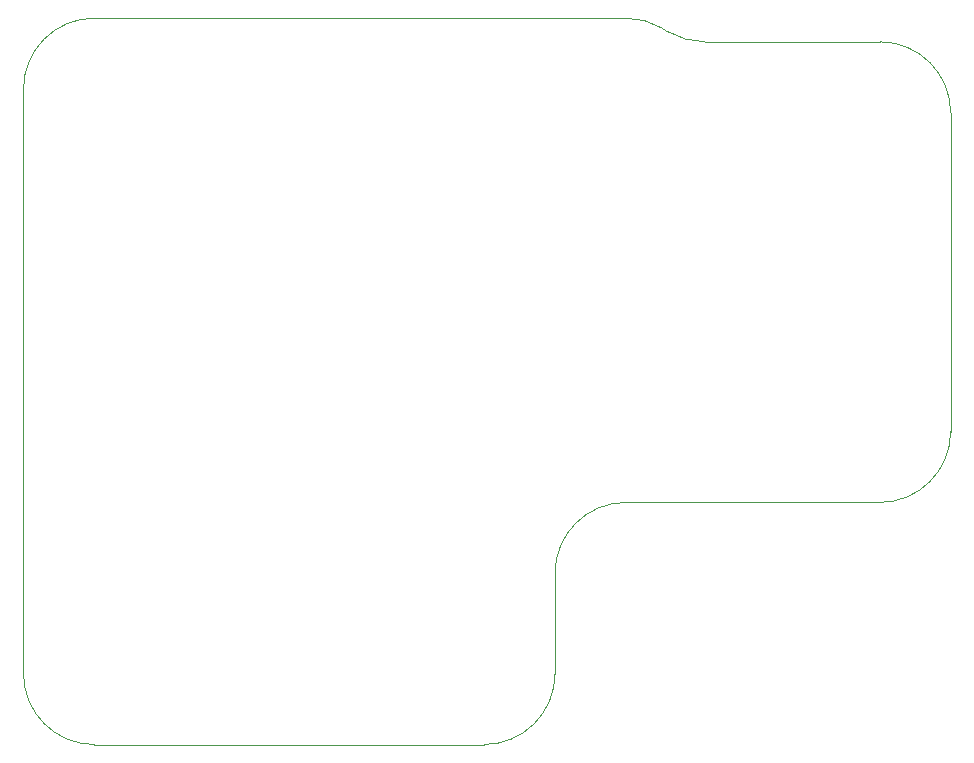
<source format=gbr>
%TF.GenerationSoftware,KiCad,Pcbnew,9.0.3*%
%TF.CreationDate,2025-07-31T16:39:18+03:00*%
%TF.ProjectId,BinaryCounter,42696e61-7279-4436-9f75-6e7465722e6b,V0.1*%
%TF.SameCoordinates,Original*%
%TF.FileFunction,Profile,NP*%
%FSLAX46Y46*%
G04 Gerber Fmt 4.6, Leading zero omitted, Abs format (unit mm)*
G04 Created by KiCad (PCBNEW 9.0.3) date 2025-07-31 16:39:18*
%MOMM*%
%LPD*%
G01*
G04 APERTURE LIST*
%TA.AperFunction,Profile*%
%ADD10C,0.050000*%
%TD*%
G04 APERTURE END LIST*
D10*
X141742641Y-72742641D02*
X141742641Y-45742641D01*
X108242641Y-93242641D02*
X108242641Y-84742641D01*
X108242641Y-93242641D02*
G75*
G02*
X102242641Y-99242641I-6000000J0D01*
G01*
X114247441Y-37742641D02*
G75*
G02*
X117334366Y-38597703I0J-5999700D01*
G01*
X120904541Y-39742641D02*
G75*
G02*
X117817568Y-38887600I0J6000000D01*
G01*
X114247441Y-37742641D02*
X69242641Y-37742641D01*
X69242641Y-99242641D02*
G75*
G02*
X63242641Y-93242641I0J6000000D01*
G01*
X63242641Y-43742641D02*
G75*
G02*
X69242641Y-37742641I6000000J0D01*
G01*
X141742641Y-72742641D02*
G75*
G02*
X135742641Y-78742641I-6000000J0D01*
G01*
X114242641Y-78742641D02*
X135742641Y-78742641D01*
X135742641Y-39742641D02*
X120904541Y-39742641D01*
X63242641Y-43742641D02*
X63242641Y-93242641D01*
X69242641Y-99242641D02*
X102242641Y-99242641D01*
X117817569Y-38887598D02*
X117334378Y-38597683D01*
X108242641Y-84742641D02*
G75*
G02*
X114242641Y-78742641I6000000J0D01*
G01*
X135742641Y-39742641D02*
G75*
G02*
X141742641Y-45742641I0J-6000000D01*
G01*
M02*

</source>
